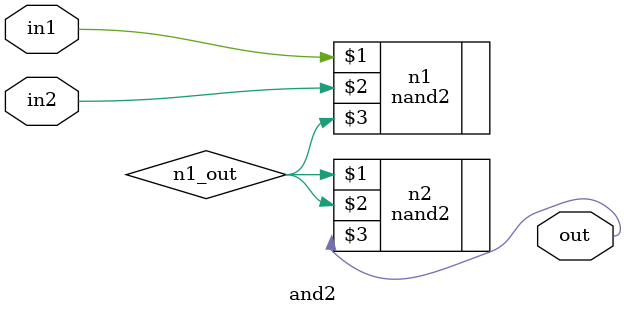
<source format=v>
module and2 (in1,in2,out);
    input in1,in2;
    output out;
    
    wire n1_out;

    nand2 n1(in1, in2, n1_out);
    nand2 n2(n1_out, n1_out, out);

endmodule

</source>
